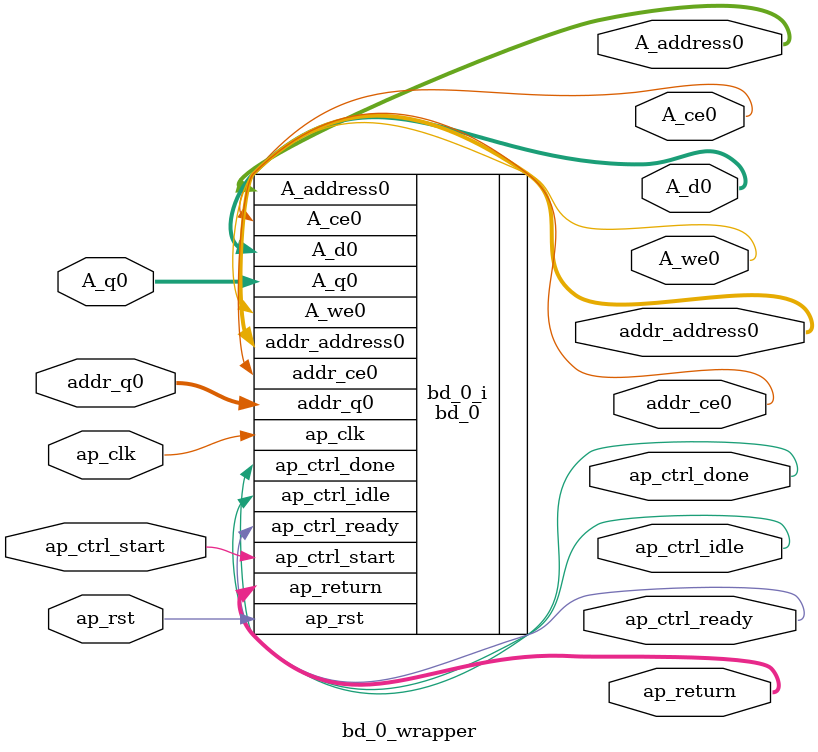
<source format=v>
`timescale 1 ps / 1 ps

module bd_0_wrapper
   (A_address0,
    A_ce0,
    A_d0,
    A_q0,
    A_we0,
    addr_address0,
    addr_ce0,
    addr_q0,
    ap_clk,
    ap_ctrl_done,
    ap_ctrl_idle,
    ap_ctrl_ready,
    ap_ctrl_start,
    ap_return,
    ap_rst);
  output [9:0]A_address0;
  output A_ce0;
  output [31:0]A_d0;
  input [31:0]A_q0;
  output A_we0;
  output [9:0]addr_address0;
  output addr_ce0;
  input [31:0]addr_q0;
  input ap_clk;
  output ap_ctrl_done;
  output ap_ctrl_idle;
  output ap_ctrl_ready;
  input ap_ctrl_start;
  output [31:0]ap_return;
  input ap_rst;

  wire [9:0]A_address0;
  wire A_ce0;
  wire [31:0]A_d0;
  wire [31:0]A_q0;
  wire A_we0;
  wire [9:0]addr_address0;
  wire addr_ce0;
  wire [31:0]addr_q0;
  wire ap_clk;
  wire ap_ctrl_done;
  wire ap_ctrl_idle;
  wire ap_ctrl_ready;
  wire ap_ctrl_start;
  wire [31:0]ap_return;
  wire ap_rst;

  bd_0 bd_0_i
       (.A_address0(A_address0),
        .A_ce0(A_ce0),
        .A_d0(A_d0),
        .A_q0(A_q0),
        .A_we0(A_we0),
        .addr_address0(addr_address0),
        .addr_ce0(addr_ce0),
        .addr_q0(addr_q0),
        .ap_clk(ap_clk),
        .ap_ctrl_done(ap_ctrl_done),
        .ap_ctrl_idle(ap_ctrl_idle),
        .ap_ctrl_ready(ap_ctrl_ready),
        .ap_ctrl_start(ap_ctrl_start),
        .ap_return(ap_return),
        .ap_rst(ap_rst));
endmodule

</source>
